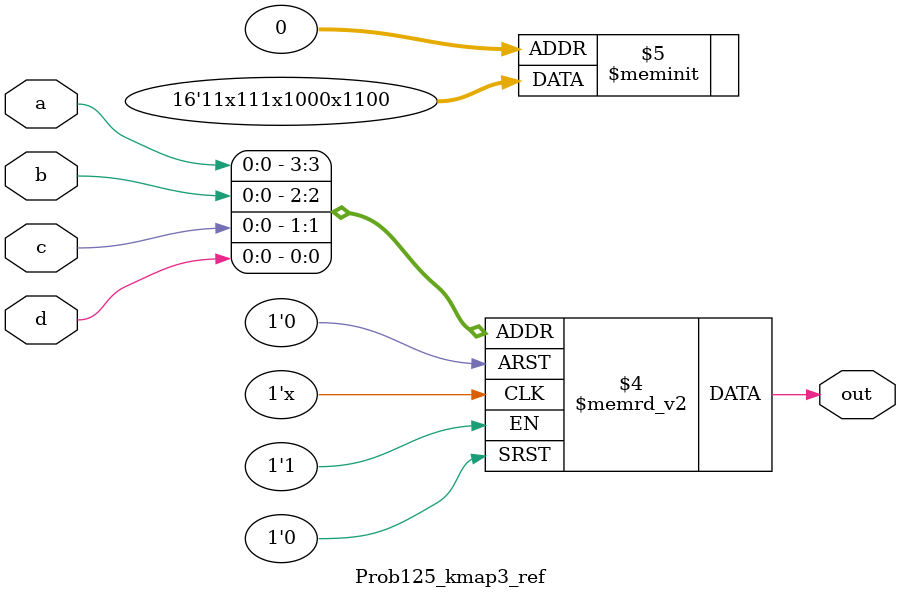
<source format=sv>

module Prob125_kmap3_ref (
  input a,
  input b,
  input c,
  input d,
  output reg out
);

  always @(*) begin
    case({a,b,c,d})
      4'h0: out = 0;
      4'h1: out = 0;
      4'h3: out = 1;
      4'h2: out = 1;
      4'h4: out = 1'bx;
      4'h5: out = 0;
      4'h7: out = 0;
      4'h6: out = 0;
      4'hc: out = 1;
      4'hd: out = 1'bx;
      4'hf: out = 1;
      4'he: out = 1;
      4'h8: out = 1;
      4'h9: out = 1'bx;
      4'hb: out = 1;
      4'ha: out = 1;
    endcase
  end

endmodule


</source>
